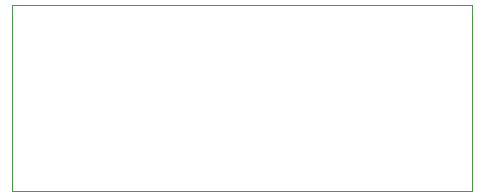
<source format=gbr>
%TF.GenerationSoftware,KiCad,Pcbnew,5.1.9+dfsg1-1~bpo10+1*%
%TF.CreationDate,2022-12-11T19:13:10+01:00*%
%TF.ProjectId,PI2PMODSPI,50493250-4d4f-4445-9350-492e6b696361,rev?*%
%TF.SameCoordinates,Original*%
%TF.FileFunction,Profile,NP*%
%FSLAX46Y46*%
G04 Gerber Fmt 4.6, Leading zero omitted, Abs format (unit mm)*
G04 Created by KiCad (PCBNEW 5.1.9+dfsg1-1~bpo10+1) date 2022-12-11 19:13:10*
%MOMM*%
%LPD*%
G01*
G04 APERTURE LIST*
%TA.AperFunction,Profile*%
%ADD10C,0.050000*%
%TD*%
G04 APERTURE END LIST*
D10*
X88000000Y-64262000D02*
X88000000Y-48514000D01*
X127000000Y-64262000D02*
X88000000Y-64262000D01*
X127000000Y-48514000D02*
X127000000Y-64262000D01*
X88000000Y-48514000D02*
X127000000Y-48514000D01*
M02*

</source>
